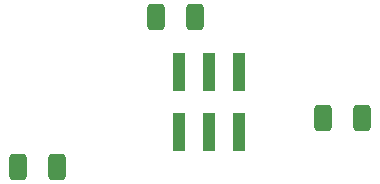
<source format=gbr>
%TF.GenerationSoftware,KiCad,Pcbnew,8.0.8*%
%TF.CreationDate,2025-04-07T01:54:08-03:00*%
%TF.ProjectId,Sao_CashBag,53616f5f-4361-4736-9842-61672e6b6963,rev?*%
%TF.SameCoordinates,Original*%
%TF.FileFunction,Paste,Bot*%
%TF.FilePolarity,Positive*%
%FSLAX46Y46*%
G04 Gerber Fmt 4.6, Leading zero omitted, Abs format (unit mm)*
G04 Created by KiCad (PCBNEW 8.0.8) date 2025-04-07 01:54:08*
%MOMM*%
%LPD*%
G01*
G04 APERTURE LIST*
G04 Aperture macros list*
%AMRoundRect*
0 Rectangle with rounded corners*
0 $1 Rounding radius*
0 $2 $3 $4 $5 $6 $7 $8 $9 X,Y pos of 4 corners*
0 Add a 4 corners polygon primitive as box body*
4,1,4,$2,$3,$4,$5,$6,$7,$8,$9,$2,$3,0*
0 Add four circle primitives for the rounded corners*
1,1,$1+$1,$2,$3*
1,1,$1+$1,$4,$5*
1,1,$1+$1,$6,$7*
1,1,$1+$1,$8,$9*
0 Add four rect primitives between the rounded corners*
20,1,$1+$1,$2,$3,$4,$5,0*
20,1,$1+$1,$4,$5,$6,$7,0*
20,1,$1+$1,$6,$7,$8,$9,0*
20,1,$1+$1,$8,$9,$2,$3,0*%
G04 Aperture macros list end*
%ADD10RoundRect,0.288462X0.461538X0.811538X-0.461538X0.811538X-0.461538X-0.811538X0.461538X-0.811538X0*%
%ADD11RoundRect,0.288462X-0.461538X-0.811538X0.461538X-0.811538X0.461538X0.811538X-0.461538X0.811538X0*%
%ADD12R,1.041400X3.200400*%
G04 APERTURE END LIST*
D10*
%TO.C,R1*%
X123809405Y-123851589D03*
X120509405Y-123851589D03*
%TD*%
D11*
%TO.C,R2*%
X134644019Y-132414297D03*
X137944019Y-132414297D03*
%TD*%
D12*
%TO.C,J1*%
X127545473Y-128541828D03*
X127545473Y-133591826D03*
X125005473Y-128541828D03*
X125005473Y-133591826D03*
X122465473Y-128541828D03*
X122465473Y-133591826D03*
%TD*%
D11*
%TO.C,R3*%
X108793855Y-136531772D03*
X112093855Y-136531772D03*
%TD*%
M02*

</source>
